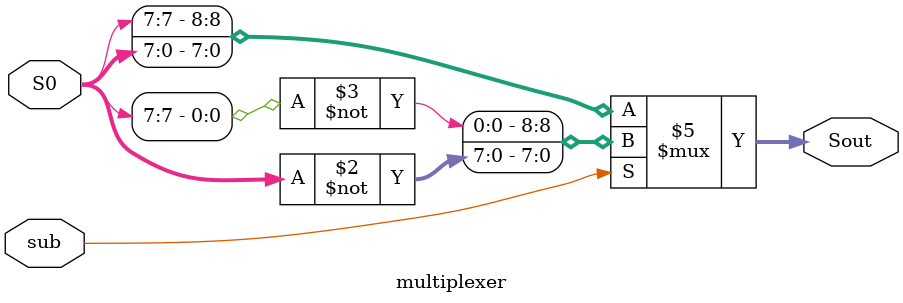
<source format=sv>
module NEG(input logic [7:0] A,
					output logic [7:0] A_);
					
logic [7:0] J, I;
logic J1, cout;
full_adder FA0 (.x(A[0]), .y(1'b1), .z(1'b0), .s(I[0]), .c(J[0]));
full_adder FA1 (.x(A[1]), .y(1'b1), .z(1'b0), .s(I[1]), .c(J[1]));
full_adder FA2 (.x(A[2]), .y(1'b1), .z(1'b0), .s(I[2]), .c(J[2]));
full_adder FA3 (.x(A[3]), .y(1'b1), .z(1'b0), .s(I[3]), .c(J[3]));
full_adder FA4 (.x(A[4]), .y(1'b1), .z(1'b0), .s(I[4]), .c(J[4]));
full_adder FA5 (.x(A[5]), .y(1'b1), .z(1'b0), .s(I[5]), .c(J[5]));
full_adder FA6 (.x(A[6]), .y(1'b1), .z(1'b0), .s(I[6]), .c(J[6]));
full_adder FA7 (.x(A[7]), .y(1'b1), .z(1'b0), .s(I[7]), .c(J[7]));
Ripple RA0(.A(I[3:0]), .B(4'b0001), .cin(1'b0), .S(A_[3:0]), .cout);
Ripple RA1(.A(I[7:4]), .B(4'b0000), .cin(cout), .S(A_[7:4]), .cout(J1));
endmodule

module multiplexer(input logic sub, 
input logic [7:0] S0, 
output logic [8:0] Sout);
logic [7:0] S_;
NEG N(.A(S0), .A_(S_));
always_comb
begin
if (sub)
begin
Sout = {~S0[7], ~S0};
end
else
begin
Sout = {S0[7], S0};
end	
end	

endmodule
</source>
